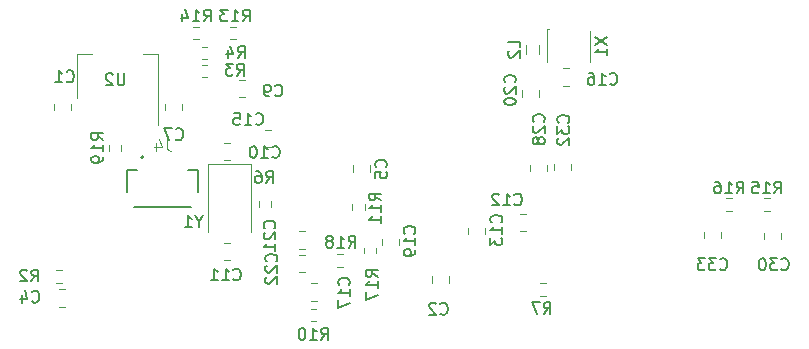
<source format=gbr>
%TF.GenerationSoftware,KiCad,Pcbnew,(5.1.9)-1*%
%TF.CreationDate,2021-04-11T16:36:30+08:00*%
%TF.ProjectId,st_usbAudioV1_demo,73745f75-7362-4417-9564-696f56315f64,rev?*%
%TF.SameCoordinates,Original*%
%TF.FileFunction,Legend,Bot*%
%TF.FilePolarity,Positive*%
%FSLAX46Y46*%
G04 Gerber Fmt 4.6, Leading zero omitted, Abs format (unit mm)*
G04 Created by KiCad (PCBNEW (5.1.9)-1) date 2021-04-11 16:36:30*
%MOMM*%
%LPD*%
G01*
G04 APERTURE LIST*
%ADD10C,0.120000*%
%ADD11C,0.200000*%
%ADD12C,0.127000*%
%ADD13C,0.150000*%
%ADD14C,0.015000*%
G04 APERTURE END LIST*
D10*
%TO.C,Y1*%
X141000000Y-72800000D02*
X141000000Y-78550000D01*
X137400000Y-72800000D02*
X141000000Y-72800000D01*
X137400000Y-78550000D02*
X137400000Y-72800000D01*
%TO.C,L2*%
X165460000Y-62662878D02*
X165460000Y-63462122D01*
X164340000Y-62662878D02*
X164340000Y-63462122D01*
%TO.C,X1*%
X166265000Y-61315000D02*
X166065000Y-61315000D01*
X166065000Y-61315000D02*
X166065000Y-64100000D01*
X169735000Y-64100000D02*
X169735000Y-61500000D01*
%TO.C,U2*%
X126315000Y-63440000D02*
X127575000Y-63440000D01*
X133135000Y-63440000D02*
X131875000Y-63440000D01*
X126315000Y-67200000D02*
X126315000Y-63440000D01*
X133135000Y-69450000D02*
X133135000Y-63440000D01*
%TO.C,R19*%
X128977500Y-71162742D02*
X128977500Y-71637258D01*
X130022500Y-71162742D02*
X130022500Y-71637258D01*
%TO.C,R18*%
X148337742Y-81472500D02*
X148812258Y-81472500D01*
X148337742Y-80427500D02*
X148812258Y-80427500D01*
%TO.C,R17*%
X151622500Y-80337258D02*
X151622500Y-79862742D01*
X150577500Y-80337258D02*
X150577500Y-79862742D01*
%TO.C,R16*%
X181262742Y-76722500D02*
X181737258Y-76722500D01*
X181262742Y-75677500D02*
X181737258Y-75677500D01*
%TO.C,R15*%
X184462742Y-76722500D02*
X184937258Y-76722500D01*
X184462742Y-75677500D02*
X184937258Y-75677500D01*
%TO.C,R14*%
X136612258Y-61177500D02*
X136137742Y-61177500D01*
X136612258Y-62222500D02*
X136137742Y-62222500D01*
%TO.C,R13*%
X139262742Y-62222500D02*
X139737258Y-62222500D01*
X139262742Y-61177500D02*
X139737258Y-61177500D01*
%TO.C,R11*%
X150672500Y-76637258D02*
X150672500Y-76162742D01*
X149627500Y-76637258D02*
X149627500Y-76162742D01*
%TO.C,R10*%
X146562258Y-85027500D02*
X146087742Y-85027500D01*
X146562258Y-86072500D02*
X146087742Y-86072500D01*
%TO.C,R7*%
X165987258Y-82877500D02*
X165512742Y-82877500D01*
X165987258Y-83922500D02*
X165512742Y-83922500D01*
%TO.C,R6*%
X141677500Y-75937742D02*
X141677500Y-76412258D01*
X142722500Y-75937742D02*
X142722500Y-76412258D01*
%TO.C,R4*%
X137337258Y-62827500D02*
X136862742Y-62827500D01*
X137337258Y-63872500D02*
X136862742Y-63872500D01*
%TO.C,R3*%
X137337258Y-64377500D02*
X136862742Y-64377500D01*
X137337258Y-65422500D02*
X136862742Y-65422500D01*
%TO.C,R2*%
X125037258Y-81777500D02*
X124562742Y-81777500D01*
X125037258Y-82822500D02*
X124562742Y-82822500D01*
D11*
%TO.C,J4*%
X131925000Y-72200000D02*
G75*
G03*
X131925000Y-72200000I-100000J0D01*
G01*
D12*
X135950000Y-76425000D02*
X131150000Y-76425000D01*
X130550000Y-73275000D02*
X130550000Y-75175000D01*
X131400000Y-73275000D02*
X130550000Y-73275000D01*
X136550000Y-73275000D02*
X136550000Y-75175000D01*
X135700000Y-73275000D02*
X136550000Y-73275000D01*
D10*
%TO.C,C33*%
X180835000Y-79011252D02*
X180835000Y-78488748D01*
X179365000Y-79011252D02*
X179365000Y-78488748D01*
%TO.C,C32*%
X166665000Y-72788748D02*
X166665000Y-73311252D01*
X168135000Y-72788748D02*
X168135000Y-73311252D01*
%TO.C,C30*%
X185935000Y-79111252D02*
X185935000Y-78588748D01*
X184465000Y-79111252D02*
X184465000Y-78588748D01*
%TO.C,C28*%
X164615000Y-72838748D02*
X164615000Y-73361252D01*
X166085000Y-72838748D02*
X166085000Y-73361252D01*
%TO.C,C22*%
X145088748Y-81935000D02*
X145611252Y-81935000D01*
X145088748Y-80465000D02*
X145611252Y-80465000D01*
%TO.C,C21*%
X145611252Y-78465000D02*
X145088748Y-78465000D01*
X145611252Y-79935000D02*
X145088748Y-79935000D01*
%TO.C,C20*%
X165435000Y-67061252D02*
X165435000Y-66538748D01*
X163965000Y-67061252D02*
X163965000Y-66538748D01*
%TO.C,C19*%
X152115000Y-79088748D02*
X152115000Y-79611252D01*
X153585000Y-79088748D02*
X153585000Y-79611252D01*
%TO.C,C17*%
X146611252Y-82865000D02*
X146088748Y-82865000D01*
X146611252Y-84335000D02*
X146088748Y-84335000D01*
%TO.C,C16*%
X167961252Y-64665000D02*
X167438748Y-64665000D01*
X167961252Y-66135000D02*
X167438748Y-66135000D01*
%TO.C,C15*%
X142238748Y-71335000D02*
X142761252Y-71335000D01*
X142238748Y-69865000D02*
X142761252Y-69865000D01*
%TO.C,C13*%
X159415000Y-78188748D02*
X159415000Y-78711252D01*
X160885000Y-78188748D02*
X160885000Y-78711252D01*
%TO.C,C12*%
X163788748Y-78460000D02*
X164311252Y-78460000D01*
X163788748Y-76990000D02*
X164311252Y-76990000D01*
%TO.C,C11*%
X139261252Y-79415000D02*
X138738748Y-79415000D01*
X139261252Y-80885000D02*
X138738748Y-80885000D01*
%TO.C,C10*%
X139261252Y-70965000D02*
X138738748Y-70965000D01*
X139261252Y-72435000D02*
X138738748Y-72435000D01*
%TO.C,C9*%
X140038748Y-67135000D02*
X140561252Y-67135000D01*
X140038748Y-65665000D02*
X140561252Y-65665000D01*
%TO.C,C7*%
X135207000Y-68179252D02*
X135207000Y-67656748D01*
X133737000Y-68179252D02*
X133737000Y-67656748D01*
%TO.C,C5*%
X149665000Y-72888748D02*
X149665000Y-73411252D01*
X151135000Y-72888748D02*
X151135000Y-73411252D01*
%TO.C,C4*%
X125311252Y-83365000D02*
X124788748Y-83365000D01*
X125311252Y-84835000D02*
X124788748Y-84835000D01*
%TO.C,C2*%
X157835000Y-82811252D02*
X157835000Y-82288748D01*
X156365000Y-82811252D02*
X156365000Y-82288748D01*
%TO.C,C1*%
X124339000Y-67656748D02*
X124339000Y-68179252D01*
X125809000Y-67656748D02*
X125809000Y-68179252D01*
%TO.C,Y1*%
D13*
X136626190Y-77651190D02*
X136626190Y-78127380D01*
X136959523Y-77127380D02*
X136626190Y-77651190D01*
X136292857Y-77127380D01*
X135435714Y-78127380D02*
X136007142Y-78127380D01*
X135721428Y-78127380D02*
X135721428Y-77127380D01*
X135816666Y-77270238D01*
X135911904Y-77365476D01*
X136007142Y-77413095D01*
%TO.C,L2*%
X163802380Y-62895833D02*
X163802380Y-62419642D01*
X162802380Y-62419642D01*
X162897619Y-63181547D02*
X162850000Y-63229166D01*
X162802380Y-63324404D01*
X162802380Y-63562500D01*
X162850000Y-63657738D01*
X162897619Y-63705357D01*
X162992857Y-63752976D01*
X163088095Y-63752976D01*
X163230952Y-63705357D01*
X163802380Y-63133928D01*
X163802380Y-63752976D01*
%TO.C,X1*%
X170152380Y-61990476D02*
X171152380Y-62657142D01*
X170152380Y-62657142D02*
X171152380Y-61990476D01*
X171152380Y-63561904D02*
X171152380Y-62990476D01*
X171152380Y-63276190D02*
X170152380Y-63276190D01*
X170295238Y-63180952D01*
X170390476Y-63085714D01*
X170438095Y-62990476D01*
%TO.C,U2*%
X130311904Y-65102380D02*
X130311904Y-65911904D01*
X130264285Y-66007142D01*
X130216666Y-66054761D01*
X130121428Y-66102380D01*
X129930952Y-66102380D01*
X129835714Y-66054761D01*
X129788095Y-66007142D01*
X129740476Y-65911904D01*
X129740476Y-65102380D01*
X129311904Y-65197619D02*
X129264285Y-65150000D01*
X129169047Y-65102380D01*
X128930952Y-65102380D01*
X128835714Y-65150000D01*
X128788095Y-65197619D01*
X128740476Y-65292857D01*
X128740476Y-65388095D01*
X128788095Y-65530952D01*
X129359523Y-66102380D01*
X128740476Y-66102380D01*
%TO.C,R19*%
X128522380Y-70757142D02*
X128046190Y-70423809D01*
X128522380Y-70185714D02*
X127522380Y-70185714D01*
X127522380Y-70566666D01*
X127570000Y-70661904D01*
X127617619Y-70709523D01*
X127712857Y-70757142D01*
X127855714Y-70757142D01*
X127950952Y-70709523D01*
X127998571Y-70661904D01*
X128046190Y-70566666D01*
X128046190Y-70185714D01*
X128522380Y-71709523D02*
X128522380Y-71138095D01*
X128522380Y-71423809D02*
X127522380Y-71423809D01*
X127665238Y-71328571D01*
X127760476Y-71233333D01*
X127808095Y-71138095D01*
X128522380Y-72185714D02*
X128522380Y-72376190D01*
X128474761Y-72471428D01*
X128427142Y-72519047D01*
X128284285Y-72614285D01*
X128093809Y-72661904D01*
X127712857Y-72661904D01*
X127617619Y-72614285D01*
X127570000Y-72566666D01*
X127522380Y-72471428D01*
X127522380Y-72280952D01*
X127570000Y-72185714D01*
X127617619Y-72138095D01*
X127712857Y-72090476D01*
X127950952Y-72090476D01*
X128046190Y-72138095D01*
X128093809Y-72185714D01*
X128141428Y-72280952D01*
X128141428Y-72471428D01*
X128093809Y-72566666D01*
X128046190Y-72614285D01*
X127950952Y-72661904D01*
%TO.C,R18*%
X149292857Y-79852380D02*
X149626190Y-79376190D01*
X149864285Y-79852380D02*
X149864285Y-78852380D01*
X149483333Y-78852380D01*
X149388095Y-78900000D01*
X149340476Y-78947619D01*
X149292857Y-79042857D01*
X149292857Y-79185714D01*
X149340476Y-79280952D01*
X149388095Y-79328571D01*
X149483333Y-79376190D01*
X149864285Y-79376190D01*
X148340476Y-79852380D02*
X148911904Y-79852380D01*
X148626190Y-79852380D02*
X148626190Y-78852380D01*
X148721428Y-78995238D01*
X148816666Y-79090476D01*
X148911904Y-79138095D01*
X147769047Y-79280952D02*
X147864285Y-79233333D01*
X147911904Y-79185714D01*
X147959523Y-79090476D01*
X147959523Y-79042857D01*
X147911904Y-78947619D01*
X147864285Y-78900000D01*
X147769047Y-78852380D01*
X147578571Y-78852380D01*
X147483333Y-78900000D01*
X147435714Y-78947619D01*
X147388095Y-79042857D01*
X147388095Y-79090476D01*
X147435714Y-79185714D01*
X147483333Y-79233333D01*
X147578571Y-79280952D01*
X147769047Y-79280952D01*
X147864285Y-79328571D01*
X147911904Y-79376190D01*
X147959523Y-79471428D01*
X147959523Y-79661904D01*
X147911904Y-79757142D01*
X147864285Y-79804761D01*
X147769047Y-79852380D01*
X147578571Y-79852380D01*
X147483333Y-79804761D01*
X147435714Y-79757142D01*
X147388095Y-79661904D01*
X147388095Y-79471428D01*
X147435714Y-79376190D01*
X147483333Y-79328571D01*
X147578571Y-79280952D01*
%TO.C,R17*%
X151752380Y-82307142D02*
X151276190Y-81973809D01*
X151752380Y-81735714D02*
X150752380Y-81735714D01*
X150752380Y-82116666D01*
X150800000Y-82211904D01*
X150847619Y-82259523D01*
X150942857Y-82307142D01*
X151085714Y-82307142D01*
X151180952Y-82259523D01*
X151228571Y-82211904D01*
X151276190Y-82116666D01*
X151276190Y-81735714D01*
X151752380Y-83259523D02*
X151752380Y-82688095D01*
X151752380Y-82973809D02*
X150752380Y-82973809D01*
X150895238Y-82878571D01*
X150990476Y-82783333D01*
X151038095Y-82688095D01*
X150752380Y-83592857D02*
X150752380Y-84259523D01*
X151752380Y-83830952D01*
%TO.C,R16*%
X182142857Y-75252380D02*
X182476190Y-74776190D01*
X182714285Y-75252380D02*
X182714285Y-74252380D01*
X182333333Y-74252380D01*
X182238095Y-74300000D01*
X182190476Y-74347619D01*
X182142857Y-74442857D01*
X182142857Y-74585714D01*
X182190476Y-74680952D01*
X182238095Y-74728571D01*
X182333333Y-74776190D01*
X182714285Y-74776190D01*
X181190476Y-75252380D02*
X181761904Y-75252380D01*
X181476190Y-75252380D02*
X181476190Y-74252380D01*
X181571428Y-74395238D01*
X181666666Y-74490476D01*
X181761904Y-74538095D01*
X180333333Y-74252380D02*
X180523809Y-74252380D01*
X180619047Y-74300000D01*
X180666666Y-74347619D01*
X180761904Y-74490476D01*
X180809523Y-74680952D01*
X180809523Y-75061904D01*
X180761904Y-75157142D01*
X180714285Y-75204761D01*
X180619047Y-75252380D01*
X180428571Y-75252380D01*
X180333333Y-75204761D01*
X180285714Y-75157142D01*
X180238095Y-75061904D01*
X180238095Y-74823809D01*
X180285714Y-74728571D01*
X180333333Y-74680952D01*
X180428571Y-74633333D01*
X180619047Y-74633333D01*
X180714285Y-74680952D01*
X180761904Y-74728571D01*
X180809523Y-74823809D01*
%TO.C,R15*%
X185342857Y-75252380D02*
X185676190Y-74776190D01*
X185914285Y-75252380D02*
X185914285Y-74252380D01*
X185533333Y-74252380D01*
X185438095Y-74300000D01*
X185390476Y-74347619D01*
X185342857Y-74442857D01*
X185342857Y-74585714D01*
X185390476Y-74680952D01*
X185438095Y-74728571D01*
X185533333Y-74776190D01*
X185914285Y-74776190D01*
X184390476Y-75252380D02*
X184961904Y-75252380D01*
X184676190Y-75252380D02*
X184676190Y-74252380D01*
X184771428Y-74395238D01*
X184866666Y-74490476D01*
X184961904Y-74538095D01*
X183485714Y-74252380D02*
X183961904Y-74252380D01*
X184009523Y-74728571D01*
X183961904Y-74680952D01*
X183866666Y-74633333D01*
X183628571Y-74633333D01*
X183533333Y-74680952D01*
X183485714Y-74728571D01*
X183438095Y-74823809D01*
X183438095Y-75061904D01*
X183485714Y-75157142D01*
X183533333Y-75204761D01*
X183628571Y-75252380D01*
X183866666Y-75252380D01*
X183961904Y-75204761D01*
X184009523Y-75157142D01*
%TO.C,R14*%
X137042857Y-60702380D02*
X137376190Y-60226190D01*
X137614285Y-60702380D02*
X137614285Y-59702380D01*
X137233333Y-59702380D01*
X137138095Y-59750000D01*
X137090476Y-59797619D01*
X137042857Y-59892857D01*
X137042857Y-60035714D01*
X137090476Y-60130952D01*
X137138095Y-60178571D01*
X137233333Y-60226190D01*
X137614285Y-60226190D01*
X136090476Y-60702380D02*
X136661904Y-60702380D01*
X136376190Y-60702380D02*
X136376190Y-59702380D01*
X136471428Y-59845238D01*
X136566666Y-59940476D01*
X136661904Y-59988095D01*
X135233333Y-60035714D02*
X135233333Y-60702380D01*
X135471428Y-59654761D02*
X135709523Y-60369047D01*
X135090476Y-60369047D01*
%TO.C,R13*%
X140342857Y-60702380D02*
X140676190Y-60226190D01*
X140914285Y-60702380D02*
X140914285Y-59702380D01*
X140533333Y-59702380D01*
X140438095Y-59750000D01*
X140390476Y-59797619D01*
X140342857Y-59892857D01*
X140342857Y-60035714D01*
X140390476Y-60130952D01*
X140438095Y-60178571D01*
X140533333Y-60226190D01*
X140914285Y-60226190D01*
X139390476Y-60702380D02*
X139961904Y-60702380D01*
X139676190Y-60702380D02*
X139676190Y-59702380D01*
X139771428Y-59845238D01*
X139866666Y-59940476D01*
X139961904Y-59988095D01*
X139057142Y-59702380D02*
X138438095Y-59702380D01*
X138771428Y-60083333D01*
X138628571Y-60083333D01*
X138533333Y-60130952D01*
X138485714Y-60178571D01*
X138438095Y-60273809D01*
X138438095Y-60511904D01*
X138485714Y-60607142D01*
X138533333Y-60654761D01*
X138628571Y-60702380D01*
X138914285Y-60702380D01*
X139009523Y-60654761D01*
X139057142Y-60607142D01*
%TO.C,R11*%
X152032380Y-75857142D02*
X151556190Y-75523809D01*
X152032380Y-75285714D02*
X151032380Y-75285714D01*
X151032380Y-75666666D01*
X151080000Y-75761904D01*
X151127619Y-75809523D01*
X151222857Y-75857142D01*
X151365714Y-75857142D01*
X151460952Y-75809523D01*
X151508571Y-75761904D01*
X151556190Y-75666666D01*
X151556190Y-75285714D01*
X152032380Y-76809523D02*
X152032380Y-76238095D01*
X152032380Y-76523809D02*
X151032380Y-76523809D01*
X151175238Y-76428571D01*
X151270476Y-76333333D01*
X151318095Y-76238095D01*
X152032380Y-77761904D02*
X152032380Y-77190476D01*
X152032380Y-77476190D02*
X151032380Y-77476190D01*
X151175238Y-77380952D01*
X151270476Y-77285714D01*
X151318095Y-77190476D01*
%TO.C,R10*%
X146967857Y-87652380D02*
X147301190Y-87176190D01*
X147539285Y-87652380D02*
X147539285Y-86652380D01*
X147158333Y-86652380D01*
X147063095Y-86700000D01*
X147015476Y-86747619D01*
X146967857Y-86842857D01*
X146967857Y-86985714D01*
X147015476Y-87080952D01*
X147063095Y-87128571D01*
X147158333Y-87176190D01*
X147539285Y-87176190D01*
X146015476Y-87652380D02*
X146586904Y-87652380D01*
X146301190Y-87652380D02*
X146301190Y-86652380D01*
X146396428Y-86795238D01*
X146491666Y-86890476D01*
X146586904Y-86938095D01*
X145396428Y-86652380D02*
X145301190Y-86652380D01*
X145205952Y-86700000D01*
X145158333Y-86747619D01*
X145110714Y-86842857D01*
X145063095Y-87033333D01*
X145063095Y-87271428D01*
X145110714Y-87461904D01*
X145158333Y-87557142D01*
X145205952Y-87604761D01*
X145301190Y-87652380D01*
X145396428Y-87652380D01*
X145491666Y-87604761D01*
X145539285Y-87557142D01*
X145586904Y-87461904D01*
X145634523Y-87271428D01*
X145634523Y-87033333D01*
X145586904Y-86842857D01*
X145539285Y-86747619D01*
X145491666Y-86700000D01*
X145396428Y-86652380D01*
%TO.C,R7*%
X165816666Y-85452380D02*
X166150000Y-84976190D01*
X166388095Y-85452380D02*
X166388095Y-84452380D01*
X166007142Y-84452380D01*
X165911904Y-84500000D01*
X165864285Y-84547619D01*
X165816666Y-84642857D01*
X165816666Y-84785714D01*
X165864285Y-84880952D01*
X165911904Y-84928571D01*
X166007142Y-84976190D01*
X166388095Y-84976190D01*
X165483333Y-84452380D02*
X164816666Y-84452380D01*
X165245238Y-85452380D01*
%TO.C,R6*%
X142316666Y-74377380D02*
X142650000Y-73901190D01*
X142888095Y-74377380D02*
X142888095Y-73377380D01*
X142507142Y-73377380D01*
X142411904Y-73425000D01*
X142364285Y-73472619D01*
X142316666Y-73567857D01*
X142316666Y-73710714D01*
X142364285Y-73805952D01*
X142411904Y-73853571D01*
X142507142Y-73901190D01*
X142888095Y-73901190D01*
X141459523Y-73377380D02*
X141650000Y-73377380D01*
X141745238Y-73425000D01*
X141792857Y-73472619D01*
X141888095Y-73615476D01*
X141935714Y-73805952D01*
X141935714Y-74186904D01*
X141888095Y-74282142D01*
X141840476Y-74329761D01*
X141745238Y-74377380D01*
X141554761Y-74377380D01*
X141459523Y-74329761D01*
X141411904Y-74282142D01*
X141364285Y-74186904D01*
X141364285Y-73948809D01*
X141411904Y-73853571D01*
X141459523Y-73805952D01*
X141554761Y-73758333D01*
X141745238Y-73758333D01*
X141840476Y-73805952D01*
X141888095Y-73853571D01*
X141935714Y-73948809D01*
%TO.C,R4*%
X139916666Y-63802380D02*
X140250000Y-63326190D01*
X140488095Y-63802380D02*
X140488095Y-62802380D01*
X140107142Y-62802380D01*
X140011904Y-62850000D01*
X139964285Y-62897619D01*
X139916666Y-62992857D01*
X139916666Y-63135714D01*
X139964285Y-63230952D01*
X140011904Y-63278571D01*
X140107142Y-63326190D01*
X140488095Y-63326190D01*
X139059523Y-63135714D02*
X139059523Y-63802380D01*
X139297619Y-62754761D02*
X139535714Y-63469047D01*
X138916666Y-63469047D01*
%TO.C,R3*%
X139841666Y-65277380D02*
X140175000Y-64801190D01*
X140413095Y-65277380D02*
X140413095Y-64277380D01*
X140032142Y-64277380D01*
X139936904Y-64325000D01*
X139889285Y-64372619D01*
X139841666Y-64467857D01*
X139841666Y-64610714D01*
X139889285Y-64705952D01*
X139936904Y-64753571D01*
X140032142Y-64801190D01*
X140413095Y-64801190D01*
X139508333Y-64277380D02*
X138889285Y-64277380D01*
X139222619Y-64658333D01*
X139079761Y-64658333D01*
X138984523Y-64705952D01*
X138936904Y-64753571D01*
X138889285Y-64848809D01*
X138889285Y-65086904D01*
X138936904Y-65182142D01*
X138984523Y-65229761D01*
X139079761Y-65277380D01*
X139365476Y-65277380D01*
X139460714Y-65229761D01*
X139508333Y-65182142D01*
%TO.C,R2*%
X122441666Y-82702380D02*
X122775000Y-82226190D01*
X123013095Y-82702380D02*
X123013095Y-81702380D01*
X122632142Y-81702380D01*
X122536904Y-81750000D01*
X122489285Y-81797619D01*
X122441666Y-81892857D01*
X122441666Y-82035714D01*
X122489285Y-82130952D01*
X122536904Y-82178571D01*
X122632142Y-82226190D01*
X123013095Y-82226190D01*
X122060714Y-81797619D02*
X122013095Y-81750000D01*
X121917857Y-81702380D01*
X121679761Y-81702380D01*
X121584523Y-81750000D01*
X121536904Y-81797619D01*
X121489285Y-81892857D01*
X121489285Y-81988095D01*
X121536904Y-82130952D01*
X122108333Y-82702380D01*
X121489285Y-82702380D01*
%TO.C,J4*%
D14*
X133908333Y-70667380D02*
X133908333Y-71381666D01*
X133955952Y-71524523D01*
X134051190Y-71619761D01*
X134194047Y-71667380D01*
X134289285Y-71667380D01*
X133003571Y-71000714D02*
X133003571Y-71667380D01*
X133241666Y-70619761D02*
X133479761Y-71334047D01*
X132860714Y-71334047D01*
%TO.C,C33*%
D13*
X180742857Y-81657142D02*
X180790476Y-81704761D01*
X180933333Y-81752380D01*
X181028571Y-81752380D01*
X181171428Y-81704761D01*
X181266666Y-81609523D01*
X181314285Y-81514285D01*
X181361904Y-81323809D01*
X181361904Y-81180952D01*
X181314285Y-80990476D01*
X181266666Y-80895238D01*
X181171428Y-80800000D01*
X181028571Y-80752380D01*
X180933333Y-80752380D01*
X180790476Y-80800000D01*
X180742857Y-80847619D01*
X180409523Y-80752380D02*
X179790476Y-80752380D01*
X180123809Y-81133333D01*
X179980952Y-81133333D01*
X179885714Y-81180952D01*
X179838095Y-81228571D01*
X179790476Y-81323809D01*
X179790476Y-81561904D01*
X179838095Y-81657142D01*
X179885714Y-81704761D01*
X179980952Y-81752380D01*
X180266666Y-81752380D01*
X180361904Y-81704761D01*
X180409523Y-81657142D01*
X179457142Y-80752380D02*
X178838095Y-80752380D01*
X179171428Y-81133333D01*
X179028571Y-81133333D01*
X178933333Y-81180952D01*
X178885714Y-81228571D01*
X178838095Y-81323809D01*
X178838095Y-81561904D01*
X178885714Y-81657142D01*
X178933333Y-81704761D01*
X179028571Y-81752380D01*
X179314285Y-81752380D01*
X179409523Y-81704761D01*
X179457142Y-81657142D01*
%TO.C,C32*%
X167882142Y-69257142D02*
X167929761Y-69209523D01*
X167977380Y-69066666D01*
X167977380Y-68971428D01*
X167929761Y-68828571D01*
X167834523Y-68733333D01*
X167739285Y-68685714D01*
X167548809Y-68638095D01*
X167405952Y-68638095D01*
X167215476Y-68685714D01*
X167120238Y-68733333D01*
X167025000Y-68828571D01*
X166977380Y-68971428D01*
X166977380Y-69066666D01*
X167025000Y-69209523D01*
X167072619Y-69257142D01*
X166977380Y-69590476D02*
X166977380Y-70209523D01*
X167358333Y-69876190D01*
X167358333Y-70019047D01*
X167405952Y-70114285D01*
X167453571Y-70161904D01*
X167548809Y-70209523D01*
X167786904Y-70209523D01*
X167882142Y-70161904D01*
X167929761Y-70114285D01*
X167977380Y-70019047D01*
X167977380Y-69733333D01*
X167929761Y-69638095D01*
X167882142Y-69590476D01*
X167072619Y-70590476D02*
X167025000Y-70638095D01*
X166977380Y-70733333D01*
X166977380Y-70971428D01*
X167025000Y-71066666D01*
X167072619Y-71114285D01*
X167167857Y-71161904D01*
X167263095Y-71161904D01*
X167405952Y-71114285D01*
X167977380Y-70542857D01*
X167977380Y-71161904D01*
%TO.C,C30*%
X185942857Y-81657142D02*
X185990476Y-81704761D01*
X186133333Y-81752380D01*
X186228571Y-81752380D01*
X186371428Y-81704761D01*
X186466666Y-81609523D01*
X186514285Y-81514285D01*
X186561904Y-81323809D01*
X186561904Y-81180952D01*
X186514285Y-80990476D01*
X186466666Y-80895238D01*
X186371428Y-80800000D01*
X186228571Y-80752380D01*
X186133333Y-80752380D01*
X185990476Y-80800000D01*
X185942857Y-80847619D01*
X185609523Y-80752380D02*
X184990476Y-80752380D01*
X185323809Y-81133333D01*
X185180952Y-81133333D01*
X185085714Y-81180952D01*
X185038095Y-81228571D01*
X184990476Y-81323809D01*
X184990476Y-81561904D01*
X185038095Y-81657142D01*
X185085714Y-81704761D01*
X185180952Y-81752380D01*
X185466666Y-81752380D01*
X185561904Y-81704761D01*
X185609523Y-81657142D01*
X184371428Y-80752380D02*
X184276190Y-80752380D01*
X184180952Y-80800000D01*
X184133333Y-80847619D01*
X184085714Y-80942857D01*
X184038095Y-81133333D01*
X184038095Y-81371428D01*
X184085714Y-81561904D01*
X184133333Y-81657142D01*
X184180952Y-81704761D01*
X184276190Y-81752380D01*
X184371428Y-81752380D01*
X184466666Y-81704761D01*
X184514285Y-81657142D01*
X184561904Y-81561904D01*
X184609523Y-81371428D01*
X184609523Y-81133333D01*
X184561904Y-80942857D01*
X184514285Y-80847619D01*
X184466666Y-80800000D01*
X184371428Y-80752380D01*
%TO.C,C28*%
X165807142Y-69182142D02*
X165854761Y-69134523D01*
X165902380Y-68991666D01*
X165902380Y-68896428D01*
X165854761Y-68753571D01*
X165759523Y-68658333D01*
X165664285Y-68610714D01*
X165473809Y-68563095D01*
X165330952Y-68563095D01*
X165140476Y-68610714D01*
X165045238Y-68658333D01*
X164950000Y-68753571D01*
X164902380Y-68896428D01*
X164902380Y-68991666D01*
X164950000Y-69134523D01*
X164997619Y-69182142D01*
X164997619Y-69563095D02*
X164950000Y-69610714D01*
X164902380Y-69705952D01*
X164902380Y-69944047D01*
X164950000Y-70039285D01*
X164997619Y-70086904D01*
X165092857Y-70134523D01*
X165188095Y-70134523D01*
X165330952Y-70086904D01*
X165902380Y-69515476D01*
X165902380Y-70134523D01*
X165330952Y-70705952D02*
X165283333Y-70610714D01*
X165235714Y-70563095D01*
X165140476Y-70515476D01*
X165092857Y-70515476D01*
X164997619Y-70563095D01*
X164950000Y-70610714D01*
X164902380Y-70705952D01*
X164902380Y-70896428D01*
X164950000Y-70991666D01*
X164997619Y-71039285D01*
X165092857Y-71086904D01*
X165140476Y-71086904D01*
X165235714Y-71039285D01*
X165283333Y-70991666D01*
X165330952Y-70896428D01*
X165330952Y-70705952D01*
X165378571Y-70610714D01*
X165426190Y-70563095D01*
X165521428Y-70515476D01*
X165711904Y-70515476D01*
X165807142Y-70563095D01*
X165854761Y-70610714D01*
X165902380Y-70705952D01*
X165902380Y-70896428D01*
X165854761Y-70991666D01*
X165807142Y-71039285D01*
X165711904Y-71086904D01*
X165521428Y-71086904D01*
X165426190Y-71039285D01*
X165378571Y-70991666D01*
X165330952Y-70896428D01*
%TO.C,C22*%
X143157142Y-81007142D02*
X143204761Y-80959523D01*
X143252380Y-80816666D01*
X143252380Y-80721428D01*
X143204761Y-80578571D01*
X143109523Y-80483333D01*
X143014285Y-80435714D01*
X142823809Y-80388095D01*
X142680952Y-80388095D01*
X142490476Y-80435714D01*
X142395238Y-80483333D01*
X142300000Y-80578571D01*
X142252380Y-80721428D01*
X142252380Y-80816666D01*
X142300000Y-80959523D01*
X142347619Y-81007142D01*
X142347619Y-81388095D02*
X142300000Y-81435714D01*
X142252380Y-81530952D01*
X142252380Y-81769047D01*
X142300000Y-81864285D01*
X142347619Y-81911904D01*
X142442857Y-81959523D01*
X142538095Y-81959523D01*
X142680952Y-81911904D01*
X143252380Y-81340476D01*
X143252380Y-81959523D01*
X142347619Y-82340476D02*
X142300000Y-82388095D01*
X142252380Y-82483333D01*
X142252380Y-82721428D01*
X142300000Y-82816666D01*
X142347619Y-82864285D01*
X142442857Y-82911904D01*
X142538095Y-82911904D01*
X142680952Y-82864285D01*
X143252380Y-82292857D01*
X143252380Y-82911904D01*
%TO.C,C21*%
X143007142Y-78207142D02*
X143054761Y-78159523D01*
X143102380Y-78016666D01*
X143102380Y-77921428D01*
X143054761Y-77778571D01*
X142959523Y-77683333D01*
X142864285Y-77635714D01*
X142673809Y-77588095D01*
X142530952Y-77588095D01*
X142340476Y-77635714D01*
X142245238Y-77683333D01*
X142150000Y-77778571D01*
X142102380Y-77921428D01*
X142102380Y-78016666D01*
X142150000Y-78159523D01*
X142197619Y-78207142D01*
X142197619Y-78588095D02*
X142150000Y-78635714D01*
X142102380Y-78730952D01*
X142102380Y-78969047D01*
X142150000Y-79064285D01*
X142197619Y-79111904D01*
X142292857Y-79159523D01*
X142388095Y-79159523D01*
X142530952Y-79111904D01*
X143102380Y-78540476D01*
X143102380Y-79159523D01*
X143102380Y-80111904D02*
X143102380Y-79540476D01*
X143102380Y-79826190D02*
X142102380Y-79826190D01*
X142245238Y-79730952D01*
X142340476Y-79635714D01*
X142388095Y-79540476D01*
%TO.C,C20*%
X163357142Y-65857142D02*
X163404761Y-65809523D01*
X163452380Y-65666666D01*
X163452380Y-65571428D01*
X163404761Y-65428571D01*
X163309523Y-65333333D01*
X163214285Y-65285714D01*
X163023809Y-65238095D01*
X162880952Y-65238095D01*
X162690476Y-65285714D01*
X162595238Y-65333333D01*
X162500000Y-65428571D01*
X162452380Y-65571428D01*
X162452380Y-65666666D01*
X162500000Y-65809523D01*
X162547619Y-65857142D01*
X162547619Y-66238095D02*
X162500000Y-66285714D01*
X162452380Y-66380952D01*
X162452380Y-66619047D01*
X162500000Y-66714285D01*
X162547619Y-66761904D01*
X162642857Y-66809523D01*
X162738095Y-66809523D01*
X162880952Y-66761904D01*
X163452380Y-66190476D01*
X163452380Y-66809523D01*
X162452380Y-67428571D02*
X162452380Y-67523809D01*
X162500000Y-67619047D01*
X162547619Y-67666666D01*
X162642857Y-67714285D01*
X162833333Y-67761904D01*
X163071428Y-67761904D01*
X163261904Y-67714285D01*
X163357142Y-67666666D01*
X163404761Y-67619047D01*
X163452380Y-67523809D01*
X163452380Y-67428571D01*
X163404761Y-67333333D01*
X163357142Y-67285714D01*
X163261904Y-67238095D01*
X163071428Y-67190476D01*
X162833333Y-67190476D01*
X162642857Y-67238095D01*
X162547619Y-67285714D01*
X162500000Y-67333333D01*
X162452380Y-67428571D01*
%TO.C,C19*%
X154857142Y-78657142D02*
X154904761Y-78609523D01*
X154952380Y-78466666D01*
X154952380Y-78371428D01*
X154904761Y-78228571D01*
X154809523Y-78133333D01*
X154714285Y-78085714D01*
X154523809Y-78038095D01*
X154380952Y-78038095D01*
X154190476Y-78085714D01*
X154095238Y-78133333D01*
X154000000Y-78228571D01*
X153952380Y-78371428D01*
X153952380Y-78466666D01*
X154000000Y-78609523D01*
X154047619Y-78657142D01*
X154952380Y-79609523D02*
X154952380Y-79038095D01*
X154952380Y-79323809D02*
X153952380Y-79323809D01*
X154095238Y-79228571D01*
X154190476Y-79133333D01*
X154238095Y-79038095D01*
X154952380Y-80085714D02*
X154952380Y-80276190D01*
X154904761Y-80371428D01*
X154857142Y-80419047D01*
X154714285Y-80514285D01*
X154523809Y-80561904D01*
X154142857Y-80561904D01*
X154047619Y-80514285D01*
X154000000Y-80466666D01*
X153952380Y-80371428D01*
X153952380Y-80180952D01*
X154000000Y-80085714D01*
X154047619Y-80038095D01*
X154142857Y-79990476D01*
X154380952Y-79990476D01*
X154476190Y-80038095D01*
X154523809Y-80085714D01*
X154571428Y-80180952D01*
X154571428Y-80371428D01*
X154523809Y-80466666D01*
X154476190Y-80514285D01*
X154380952Y-80561904D01*
%TO.C,C17*%
X149307142Y-83007142D02*
X149354761Y-82959523D01*
X149402380Y-82816666D01*
X149402380Y-82721428D01*
X149354761Y-82578571D01*
X149259523Y-82483333D01*
X149164285Y-82435714D01*
X148973809Y-82388095D01*
X148830952Y-82388095D01*
X148640476Y-82435714D01*
X148545238Y-82483333D01*
X148450000Y-82578571D01*
X148402380Y-82721428D01*
X148402380Y-82816666D01*
X148450000Y-82959523D01*
X148497619Y-83007142D01*
X149402380Y-83959523D02*
X149402380Y-83388095D01*
X149402380Y-83673809D02*
X148402380Y-83673809D01*
X148545238Y-83578571D01*
X148640476Y-83483333D01*
X148688095Y-83388095D01*
X148402380Y-84292857D02*
X148402380Y-84959523D01*
X149402380Y-84530952D01*
%TO.C,C16*%
X171442857Y-65957142D02*
X171490476Y-66004761D01*
X171633333Y-66052380D01*
X171728571Y-66052380D01*
X171871428Y-66004761D01*
X171966666Y-65909523D01*
X172014285Y-65814285D01*
X172061904Y-65623809D01*
X172061904Y-65480952D01*
X172014285Y-65290476D01*
X171966666Y-65195238D01*
X171871428Y-65100000D01*
X171728571Y-65052380D01*
X171633333Y-65052380D01*
X171490476Y-65100000D01*
X171442857Y-65147619D01*
X170490476Y-66052380D02*
X171061904Y-66052380D01*
X170776190Y-66052380D02*
X170776190Y-65052380D01*
X170871428Y-65195238D01*
X170966666Y-65290476D01*
X171061904Y-65338095D01*
X169633333Y-65052380D02*
X169823809Y-65052380D01*
X169919047Y-65100000D01*
X169966666Y-65147619D01*
X170061904Y-65290476D01*
X170109523Y-65480952D01*
X170109523Y-65861904D01*
X170061904Y-65957142D01*
X170014285Y-66004761D01*
X169919047Y-66052380D01*
X169728571Y-66052380D01*
X169633333Y-66004761D01*
X169585714Y-65957142D01*
X169538095Y-65861904D01*
X169538095Y-65623809D01*
X169585714Y-65528571D01*
X169633333Y-65480952D01*
X169728571Y-65433333D01*
X169919047Y-65433333D01*
X170014285Y-65480952D01*
X170061904Y-65528571D01*
X170109523Y-65623809D01*
%TO.C,C15*%
X141442857Y-69357142D02*
X141490476Y-69404761D01*
X141633333Y-69452380D01*
X141728571Y-69452380D01*
X141871428Y-69404761D01*
X141966666Y-69309523D01*
X142014285Y-69214285D01*
X142061904Y-69023809D01*
X142061904Y-68880952D01*
X142014285Y-68690476D01*
X141966666Y-68595238D01*
X141871428Y-68500000D01*
X141728571Y-68452380D01*
X141633333Y-68452380D01*
X141490476Y-68500000D01*
X141442857Y-68547619D01*
X140490476Y-69452380D02*
X141061904Y-69452380D01*
X140776190Y-69452380D02*
X140776190Y-68452380D01*
X140871428Y-68595238D01*
X140966666Y-68690476D01*
X141061904Y-68738095D01*
X139585714Y-68452380D02*
X140061904Y-68452380D01*
X140109523Y-68928571D01*
X140061904Y-68880952D01*
X139966666Y-68833333D01*
X139728571Y-68833333D01*
X139633333Y-68880952D01*
X139585714Y-68928571D01*
X139538095Y-69023809D01*
X139538095Y-69261904D01*
X139585714Y-69357142D01*
X139633333Y-69404761D01*
X139728571Y-69452380D01*
X139966666Y-69452380D01*
X140061904Y-69404761D01*
X140109523Y-69357142D01*
%TO.C,C13*%
X162207142Y-77707142D02*
X162254761Y-77659523D01*
X162302380Y-77516666D01*
X162302380Y-77421428D01*
X162254761Y-77278571D01*
X162159523Y-77183333D01*
X162064285Y-77135714D01*
X161873809Y-77088095D01*
X161730952Y-77088095D01*
X161540476Y-77135714D01*
X161445238Y-77183333D01*
X161350000Y-77278571D01*
X161302380Y-77421428D01*
X161302380Y-77516666D01*
X161350000Y-77659523D01*
X161397619Y-77707142D01*
X162302380Y-78659523D02*
X162302380Y-78088095D01*
X162302380Y-78373809D02*
X161302380Y-78373809D01*
X161445238Y-78278571D01*
X161540476Y-78183333D01*
X161588095Y-78088095D01*
X161302380Y-78992857D02*
X161302380Y-79611904D01*
X161683333Y-79278571D01*
X161683333Y-79421428D01*
X161730952Y-79516666D01*
X161778571Y-79564285D01*
X161873809Y-79611904D01*
X162111904Y-79611904D01*
X162207142Y-79564285D01*
X162254761Y-79516666D01*
X162302380Y-79421428D01*
X162302380Y-79135714D01*
X162254761Y-79040476D01*
X162207142Y-78992857D01*
%TO.C,C12*%
X163342857Y-76182142D02*
X163390476Y-76229761D01*
X163533333Y-76277380D01*
X163628571Y-76277380D01*
X163771428Y-76229761D01*
X163866666Y-76134523D01*
X163914285Y-76039285D01*
X163961904Y-75848809D01*
X163961904Y-75705952D01*
X163914285Y-75515476D01*
X163866666Y-75420238D01*
X163771428Y-75325000D01*
X163628571Y-75277380D01*
X163533333Y-75277380D01*
X163390476Y-75325000D01*
X163342857Y-75372619D01*
X162390476Y-76277380D02*
X162961904Y-76277380D01*
X162676190Y-76277380D02*
X162676190Y-75277380D01*
X162771428Y-75420238D01*
X162866666Y-75515476D01*
X162961904Y-75563095D01*
X162009523Y-75372619D02*
X161961904Y-75325000D01*
X161866666Y-75277380D01*
X161628571Y-75277380D01*
X161533333Y-75325000D01*
X161485714Y-75372619D01*
X161438095Y-75467857D01*
X161438095Y-75563095D01*
X161485714Y-75705952D01*
X162057142Y-76277380D01*
X161438095Y-76277380D01*
%TO.C,C11*%
X139542857Y-82532142D02*
X139590476Y-82579761D01*
X139733333Y-82627380D01*
X139828571Y-82627380D01*
X139971428Y-82579761D01*
X140066666Y-82484523D01*
X140114285Y-82389285D01*
X140161904Y-82198809D01*
X140161904Y-82055952D01*
X140114285Y-81865476D01*
X140066666Y-81770238D01*
X139971428Y-81675000D01*
X139828571Y-81627380D01*
X139733333Y-81627380D01*
X139590476Y-81675000D01*
X139542857Y-81722619D01*
X138590476Y-82627380D02*
X139161904Y-82627380D01*
X138876190Y-82627380D02*
X138876190Y-81627380D01*
X138971428Y-81770238D01*
X139066666Y-81865476D01*
X139161904Y-81913095D01*
X137638095Y-82627380D02*
X138209523Y-82627380D01*
X137923809Y-82627380D02*
X137923809Y-81627380D01*
X138019047Y-81770238D01*
X138114285Y-81865476D01*
X138209523Y-81913095D01*
%TO.C,C10*%
X142842857Y-72157142D02*
X142890476Y-72204761D01*
X143033333Y-72252380D01*
X143128571Y-72252380D01*
X143271428Y-72204761D01*
X143366666Y-72109523D01*
X143414285Y-72014285D01*
X143461904Y-71823809D01*
X143461904Y-71680952D01*
X143414285Y-71490476D01*
X143366666Y-71395238D01*
X143271428Y-71300000D01*
X143128571Y-71252380D01*
X143033333Y-71252380D01*
X142890476Y-71300000D01*
X142842857Y-71347619D01*
X141890476Y-72252380D02*
X142461904Y-72252380D01*
X142176190Y-72252380D02*
X142176190Y-71252380D01*
X142271428Y-71395238D01*
X142366666Y-71490476D01*
X142461904Y-71538095D01*
X141271428Y-71252380D02*
X141176190Y-71252380D01*
X141080952Y-71300000D01*
X141033333Y-71347619D01*
X140985714Y-71442857D01*
X140938095Y-71633333D01*
X140938095Y-71871428D01*
X140985714Y-72061904D01*
X141033333Y-72157142D01*
X141080952Y-72204761D01*
X141176190Y-72252380D01*
X141271428Y-72252380D01*
X141366666Y-72204761D01*
X141414285Y-72157142D01*
X141461904Y-72061904D01*
X141509523Y-71871428D01*
X141509523Y-71633333D01*
X141461904Y-71442857D01*
X141414285Y-71347619D01*
X141366666Y-71300000D01*
X141271428Y-71252380D01*
%TO.C,C9*%
X143066666Y-66957142D02*
X143114285Y-67004761D01*
X143257142Y-67052380D01*
X143352380Y-67052380D01*
X143495238Y-67004761D01*
X143590476Y-66909523D01*
X143638095Y-66814285D01*
X143685714Y-66623809D01*
X143685714Y-66480952D01*
X143638095Y-66290476D01*
X143590476Y-66195238D01*
X143495238Y-66100000D01*
X143352380Y-66052380D01*
X143257142Y-66052380D01*
X143114285Y-66100000D01*
X143066666Y-66147619D01*
X142590476Y-67052380D02*
X142400000Y-67052380D01*
X142304761Y-67004761D01*
X142257142Y-66957142D01*
X142161904Y-66814285D01*
X142114285Y-66623809D01*
X142114285Y-66242857D01*
X142161904Y-66147619D01*
X142209523Y-66100000D01*
X142304761Y-66052380D01*
X142495238Y-66052380D01*
X142590476Y-66100000D01*
X142638095Y-66147619D01*
X142685714Y-66242857D01*
X142685714Y-66480952D01*
X142638095Y-66576190D01*
X142590476Y-66623809D01*
X142495238Y-66671428D01*
X142304761Y-66671428D01*
X142209523Y-66623809D01*
X142161904Y-66576190D01*
X142114285Y-66480952D01*
%TO.C,C7*%
X134663666Y-70650142D02*
X134711285Y-70697761D01*
X134854142Y-70745380D01*
X134949380Y-70745380D01*
X135092238Y-70697761D01*
X135187476Y-70602523D01*
X135235095Y-70507285D01*
X135282714Y-70316809D01*
X135282714Y-70173952D01*
X135235095Y-69983476D01*
X135187476Y-69888238D01*
X135092238Y-69793000D01*
X134949380Y-69745380D01*
X134854142Y-69745380D01*
X134711285Y-69793000D01*
X134663666Y-69840619D01*
X134330333Y-69745380D02*
X133663666Y-69745380D01*
X134092238Y-70745380D01*
%TO.C,C5*%
X152457142Y-73033333D02*
X152504761Y-72985714D01*
X152552380Y-72842857D01*
X152552380Y-72747619D01*
X152504761Y-72604761D01*
X152409523Y-72509523D01*
X152314285Y-72461904D01*
X152123809Y-72414285D01*
X151980952Y-72414285D01*
X151790476Y-72461904D01*
X151695238Y-72509523D01*
X151600000Y-72604761D01*
X151552380Y-72747619D01*
X151552380Y-72842857D01*
X151600000Y-72985714D01*
X151647619Y-73033333D01*
X151552380Y-73938095D02*
X151552380Y-73461904D01*
X152028571Y-73414285D01*
X151980952Y-73461904D01*
X151933333Y-73557142D01*
X151933333Y-73795238D01*
X151980952Y-73890476D01*
X152028571Y-73938095D01*
X152123809Y-73985714D01*
X152361904Y-73985714D01*
X152457142Y-73938095D01*
X152504761Y-73890476D01*
X152552380Y-73795238D01*
X152552380Y-73557142D01*
X152504761Y-73461904D01*
X152457142Y-73414285D01*
%TO.C,C4*%
X122491666Y-84407142D02*
X122539285Y-84454761D01*
X122682142Y-84502380D01*
X122777380Y-84502380D01*
X122920238Y-84454761D01*
X123015476Y-84359523D01*
X123063095Y-84264285D01*
X123110714Y-84073809D01*
X123110714Y-83930952D01*
X123063095Y-83740476D01*
X123015476Y-83645238D01*
X122920238Y-83550000D01*
X122777380Y-83502380D01*
X122682142Y-83502380D01*
X122539285Y-83550000D01*
X122491666Y-83597619D01*
X121634523Y-83835714D02*
X121634523Y-84502380D01*
X121872619Y-83454761D02*
X122110714Y-84169047D01*
X121491666Y-84169047D01*
%TO.C,C2*%
X157066666Y-85432142D02*
X157114285Y-85479761D01*
X157257142Y-85527380D01*
X157352380Y-85527380D01*
X157495238Y-85479761D01*
X157590476Y-85384523D01*
X157638095Y-85289285D01*
X157685714Y-85098809D01*
X157685714Y-84955952D01*
X157638095Y-84765476D01*
X157590476Y-84670238D01*
X157495238Y-84575000D01*
X157352380Y-84527380D01*
X157257142Y-84527380D01*
X157114285Y-84575000D01*
X157066666Y-84622619D01*
X156685714Y-84622619D02*
X156638095Y-84575000D01*
X156542857Y-84527380D01*
X156304761Y-84527380D01*
X156209523Y-84575000D01*
X156161904Y-84622619D01*
X156114285Y-84717857D01*
X156114285Y-84813095D01*
X156161904Y-84955952D01*
X156733333Y-85527380D01*
X156114285Y-85527380D01*
%TO.C,C1*%
X125420666Y-65755142D02*
X125468285Y-65802761D01*
X125611142Y-65850380D01*
X125706380Y-65850380D01*
X125849238Y-65802761D01*
X125944476Y-65707523D01*
X125992095Y-65612285D01*
X126039714Y-65421809D01*
X126039714Y-65278952D01*
X125992095Y-65088476D01*
X125944476Y-64993238D01*
X125849238Y-64898000D01*
X125706380Y-64850380D01*
X125611142Y-64850380D01*
X125468285Y-64898000D01*
X125420666Y-64945619D01*
X124468285Y-65850380D02*
X125039714Y-65850380D01*
X124754000Y-65850380D02*
X124754000Y-64850380D01*
X124849238Y-64993238D01*
X124944476Y-65088476D01*
X125039714Y-65136095D01*
%TD*%
M02*

</source>
